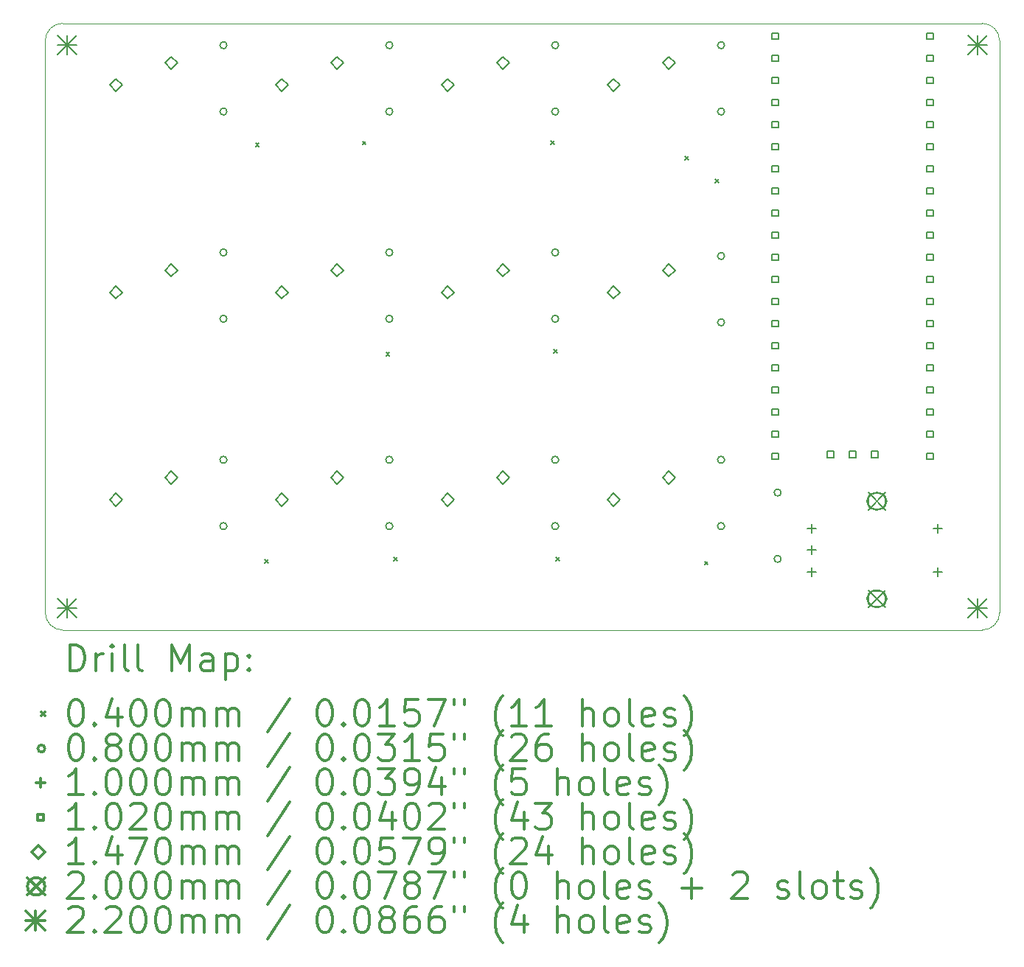
<source format=gbr>
%FSLAX45Y45*%
G04 Gerber Fmt 4.5, Leading zero omitted, Abs format (unit mm)*
G04 Created by KiCad (PCBNEW (5.1.10)-1) date 2021-11-22 08:37:44*
%MOMM*%
%LPD*%
G01*
G04 APERTURE LIST*
%TA.AperFunction,Profile*%
%ADD10C,0.100000*%
%TD*%
%ADD11C,0.200000*%
%ADD12C,0.300000*%
G04 APERTURE END LIST*
D10*
X17100000Y-3880000D02*
G75*
G02*
X17300000Y-4080000I0J-200000D01*
G01*
X17300000Y-10650000D02*
G75*
G02*
X17100000Y-10850000I-200000J0D01*
G01*
X6540000Y-10850000D02*
G75*
G02*
X6340000Y-10650000I0J200000D01*
G01*
X6340000Y-4080000D02*
X6340000Y-10650000D01*
X17100000Y-3880000D02*
X6540000Y-3880000D01*
X6340000Y-4080000D02*
G75*
G02*
X6540000Y-3880000I200000J0D01*
G01*
X17300000Y-10650000D02*
X17300000Y-4080000D01*
X6540000Y-10850000D02*
X17100000Y-10850000D01*
D11*
X8755000Y-5256000D02*
X8795000Y-5296000D01*
X8795000Y-5256000D02*
X8755000Y-5296000D01*
X8862000Y-10037000D02*
X8902000Y-10077000D01*
X8902000Y-10037000D02*
X8862000Y-10077000D01*
X9983000Y-5236000D02*
X10023000Y-5276000D01*
X10023000Y-5236000D02*
X9983000Y-5276000D01*
X10253000Y-7659000D02*
X10293000Y-7699000D01*
X10293000Y-7659000D02*
X10253000Y-7699000D01*
X10341000Y-10016000D02*
X10381000Y-10056000D01*
X10381000Y-10016000D02*
X10341000Y-10056000D01*
X12145000Y-5230000D02*
X12185000Y-5270000D01*
X12185000Y-5230000D02*
X12145000Y-5270000D01*
X12182000Y-7627000D02*
X12222000Y-7667000D01*
X12222000Y-7627000D02*
X12182000Y-7667000D01*
X12205000Y-10016000D02*
X12245000Y-10056000D01*
X12245000Y-10016000D02*
X12205000Y-10056000D01*
X13685500Y-5406500D02*
X13725500Y-5446500D01*
X13725500Y-5406500D02*
X13685500Y-5446500D01*
X13910000Y-10060000D02*
X13950000Y-10100000D01*
X13950000Y-10060000D02*
X13910000Y-10100000D01*
X14035000Y-5671000D02*
X14075000Y-5711000D01*
X14075000Y-5671000D02*
X14035000Y-5711000D01*
X8426000Y-4131500D02*
G75*
G03*
X8426000Y-4131500I-40000J0D01*
G01*
X8426000Y-4893500D02*
G75*
G03*
X8426000Y-4893500I-40000J0D01*
G01*
X8426000Y-6512750D02*
G75*
G03*
X8426000Y-6512750I-40000J0D01*
G01*
X8426000Y-7274750D02*
G75*
G03*
X8426000Y-7274750I-40000J0D01*
G01*
X8426000Y-8894000D02*
G75*
G03*
X8426000Y-8894000I-40000J0D01*
G01*
X8426000Y-9656000D02*
G75*
G03*
X8426000Y-9656000I-40000J0D01*
G01*
X10331000Y-4131500D02*
G75*
G03*
X10331000Y-4131500I-40000J0D01*
G01*
X10331000Y-4893500D02*
G75*
G03*
X10331000Y-4893500I-40000J0D01*
G01*
X10331000Y-6512750D02*
G75*
G03*
X10331000Y-6512750I-40000J0D01*
G01*
X10331000Y-7274750D02*
G75*
G03*
X10331000Y-7274750I-40000J0D01*
G01*
X10331000Y-8894000D02*
G75*
G03*
X10331000Y-8894000I-40000J0D01*
G01*
X10331000Y-9656000D02*
G75*
G03*
X10331000Y-9656000I-40000J0D01*
G01*
X12236000Y-4131500D02*
G75*
G03*
X12236000Y-4131500I-40000J0D01*
G01*
X12236000Y-4893500D02*
G75*
G03*
X12236000Y-4893500I-40000J0D01*
G01*
X12236000Y-6512750D02*
G75*
G03*
X12236000Y-6512750I-40000J0D01*
G01*
X12236000Y-7274750D02*
G75*
G03*
X12236000Y-7274750I-40000J0D01*
G01*
X12236000Y-8894000D02*
G75*
G03*
X12236000Y-8894000I-40000J0D01*
G01*
X12236000Y-9656000D02*
G75*
G03*
X12236000Y-9656000I-40000J0D01*
G01*
X14141000Y-4131500D02*
G75*
G03*
X14141000Y-4131500I-40000J0D01*
G01*
X14141000Y-4893500D02*
G75*
G03*
X14141000Y-4893500I-40000J0D01*
G01*
X14141000Y-6552750D02*
G75*
G03*
X14141000Y-6552750I-40000J0D01*
G01*
X14141000Y-7314750D02*
G75*
G03*
X14141000Y-7314750I-40000J0D01*
G01*
X14141000Y-8894000D02*
G75*
G03*
X14141000Y-8894000I-40000J0D01*
G01*
X14141000Y-9656000D02*
G75*
G03*
X14141000Y-9656000I-40000J0D01*
G01*
X14790000Y-9270000D02*
G75*
G03*
X14790000Y-9270000I-40000J0D01*
G01*
X14790000Y-10032000D02*
G75*
G03*
X14790000Y-10032000I-40000J0D01*
G01*
X15140000Y-9630000D02*
X15140000Y-9730000D01*
X15090000Y-9680000D02*
X15190000Y-9680000D01*
X15140000Y-9880000D02*
X15140000Y-9980000D01*
X15090000Y-9930000D02*
X15190000Y-9930000D01*
X15140000Y-10130000D02*
X15140000Y-10230000D01*
X15090000Y-10180000D02*
X15190000Y-10180000D01*
X16590000Y-9630000D02*
X16590000Y-9730000D01*
X16540000Y-9680000D02*
X16640000Y-9680000D01*
X16590000Y-10130000D02*
X16590000Y-10230000D01*
X16540000Y-10180000D02*
X16640000Y-10180000D01*
X14757063Y-4063063D02*
X14757063Y-3990937D01*
X14684937Y-3990937D01*
X14684937Y-4063063D01*
X14757063Y-4063063D01*
X14757063Y-4317063D02*
X14757063Y-4244937D01*
X14684937Y-4244937D01*
X14684937Y-4317063D01*
X14757063Y-4317063D01*
X14757063Y-4571063D02*
X14757063Y-4498937D01*
X14684937Y-4498937D01*
X14684937Y-4571063D01*
X14757063Y-4571063D01*
X14757063Y-4825063D02*
X14757063Y-4752937D01*
X14684937Y-4752937D01*
X14684937Y-4825063D01*
X14757063Y-4825063D01*
X14757063Y-5079063D02*
X14757063Y-5006937D01*
X14684937Y-5006937D01*
X14684937Y-5079063D01*
X14757063Y-5079063D01*
X14757063Y-5333063D02*
X14757063Y-5260937D01*
X14684937Y-5260937D01*
X14684937Y-5333063D01*
X14757063Y-5333063D01*
X14757063Y-5587063D02*
X14757063Y-5514937D01*
X14684937Y-5514937D01*
X14684937Y-5587063D01*
X14757063Y-5587063D01*
X14757063Y-5841063D02*
X14757063Y-5768937D01*
X14684937Y-5768937D01*
X14684937Y-5841063D01*
X14757063Y-5841063D01*
X14757063Y-6095063D02*
X14757063Y-6022937D01*
X14684937Y-6022937D01*
X14684937Y-6095063D01*
X14757063Y-6095063D01*
X14757063Y-6349063D02*
X14757063Y-6276937D01*
X14684937Y-6276937D01*
X14684937Y-6349063D01*
X14757063Y-6349063D01*
X14757063Y-6603063D02*
X14757063Y-6530937D01*
X14684937Y-6530937D01*
X14684937Y-6603063D01*
X14757063Y-6603063D01*
X14757063Y-6857063D02*
X14757063Y-6784937D01*
X14684937Y-6784937D01*
X14684937Y-6857063D01*
X14757063Y-6857063D01*
X14757063Y-7111063D02*
X14757063Y-7038937D01*
X14684937Y-7038937D01*
X14684937Y-7111063D01*
X14757063Y-7111063D01*
X14757063Y-7365063D02*
X14757063Y-7292937D01*
X14684937Y-7292937D01*
X14684937Y-7365063D01*
X14757063Y-7365063D01*
X14757063Y-7619063D02*
X14757063Y-7546937D01*
X14684937Y-7546937D01*
X14684937Y-7619063D01*
X14757063Y-7619063D01*
X14757063Y-7873063D02*
X14757063Y-7800937D01*
X14684937Y-7800937D01*
X14684937Y-7873063D01*
X14757063Y-7873063D01*
X14757063Y-8127063D02*
X14757063Y-8054937D01*
X14684937Y-8054937D01*
X14684937Y-8127063D01*
X14757063Y-8127063D01*
X14757063Y-8381063D02*
X14757063Y-8308937D01*
X14684937Y-8308937D01*
X14684937Y-8381063D01*
X14757063Y-8381063D01*
X14757063Y-8635063D02*
X14757063Y-8562937D01*
X14684937Y-8562937D01*
X14684937Y-8635063D01*
X14757063Y-8635063D01*
X14757063Y-8889063D02*
X14757063Y-8816937D01*
X14684937Y-8816937D01*
X14684937Y-8889063D01*
X14757063Y-8889063D01*
X15392063Y-8866063D02*
X15392063Y-8793937D01*
X15319937Y-8793937D01*
X15319937Y-8866063D01*
X15392063Y-8866063D01*
X15646063Y-8866063D02*
X15646063Y-8793937D01*
X15573937Y-8793937D01*
X15573937Y-8866063D01*
X15646063Y-8866063D01*
X15900063Y-8866063D02*
X15900063Y-8793937D01*
X15827937Y-8793937D01*
X15827937Y-8866063D01*
X15900063Y-8866063D01*
X16535063Y-4063063D02*
X16535063Y-3990937D01*
X16462937Y-3990937D01*
X16462937Y-4063063D01*
X16535063Y-4063063D01*
X16535063Y-4317063D02*
X16535063Y-4244937D01*
X16462937Y-4244937D01*
X16462937Y-4317063D01*
X16535063Y-4317063D01*
X16535063Y-4571063D02*
X16535063Y-4498937D01*
X16462937Y-4498937D01*
X16462937Y-4571063D01*
X16535063Y-4571063D01*
X16535063Y-4825063D02*
X16535063Y-4752937D01*
X16462937Y-4752937D01*
X16462937Y-4825063D01*
X16535063Y-4825063D01*
X16535063Y-5079063D02*
X16535063Y-5006937D01*
X16462937Y-5006937D01*
X16462937Y-5079063D01*
X16535063Y-5079063D01*
X16535063Y-5333063D02*
X16535063Y-5260937D01*
X16462937Y-5260937D01*
X16462937Y-5333063D01*
X16535063Y-5333063D01*
X16535063Y-5587063D02*
X16535063Y-5514937D01*
X16462937Y-5514937D01*
X16462937Y-5587063D01*
X16535063Y-5587063D01*
X16535063Y-5841063D02*
X16535063Y-5768937D01*
X16462937Y-5768937D01*
X16462937Y-5841063D01*
X16535063Y-5841063D01*
X16535063Y-6095063D02*
X16535063Y-6022937D01*
X16462937Y-6022937D01*
X16462937Y-6095063D01*
X16535063Y-6095063D01*
X16535063Y-6349063D02*
X16535063Y-6276937D01*
X16462937Y-6276937D01*
X16462937Y-6349063D01*
X16535063Y-6349063D01*
X16535063Y-6603063D02*
X16535063Y-6530937D01*
X16462937Y-6530937D01*
X16462937Y-6603063D01*
X16535063Y-6603063D01*
X16535063Y-6857063D02*
X16535063Y-6784937D01*
X16462937Y-6784937D01*
X16462937Y-6857063D01*
X16535063Y-6857063D01*
X16535063Y-7111063D02*
X16535063Y-7038937D01*
X16462937Y-7038937D01*
X16462937Y-7111063D01*
X16535063Y-7111063D01*
X16535063Y-7365063D02*
X16535063Y-7292937D01*
X16462937Y-7292937D01*
X16462937Y-7365063D01*
X16535063Y-7365063D01*
X16535063Y-7619063D02*
X16535063Y-7546937D01*
X16462937Y-7546937D01*
X16462937Y-7619063D01*
X16535063Y-7619063D01*
X16535063Y-7873063D02*
X16535063Y-7800937D01*
X16462937Y-7800937D01*
X16462937Y-7873063D01*
X16535063Y-7873063D01*
X16535063Y-8127063D02*
X16535063Y-8054937D01*
X16462937Y-8054937D01*
X16462937Y-8127063D01*
X16535063Y-8127063D01*
X16535063Y-8381063D02*
X16535063Y-8308937D01*
X16462937Y-8308937D01*
X16462937Y-8381063D01*
X16535063Y-8381063D01*
X16535063Y-8635063D02*
X16535063Y-8562937D01*
X16462937Y-8562937D01*
X16462937Y-8635063D01*
X16535063Y-8635063D01*
X16535063Y-8889063D02*
X16535063Y-8816937D01*
X16462937Y-8816937D01*
X16462937Y-8889063D01*
X16535063Y-8889063D01*
X7152500Y-4663000D02*
X7226000Y-4589500D01*
X7152500Y-4516000D01*
X7079000Y-4589500D01*
X7152500Y-4663000D01*
X7152500Y-7044250D02*
X7226000Y-6970750D01*
X7152500Y-6897250D01*
X7079000Y-6970750D01*
X7152500Y-7044250D01*
X7152500Y-9425500D02*
X7226000Y-9352000D01*
X7152500Y-9278500D01*
X7079000Y-9352000D01*
X7152500Y-9425500D01*
X7787500Y-4409000D02*
X7861000Y-4335500D01*
X7787500Y-4262000D01*
X7714000Y-4335500D01*
X7787500Y-4409000D01*
X7787500Y-6790250D02*
X7861000Y-6716750D01*
X7787500Y-6643250D01*
X7714000Y-6716750D01*
X7787500Y-6790250D01*
X7787500Y-9171500D02*
X7861000Y-9098000D01*
X7787500Y-9024500D01*
X7714000Y-9098000D01*
X7787500Y-9171500D01*
X9057500Y-4663000D02*
X9131000Y-4589500D01*
X9057500Y-4516000D01*
X8984000Y-4589500D01*
X9057500Y-4663000D01*
X9057500Y-7044250D02*
X9131000Y-6970750D01*
X9057500Y-6897250D01*
X8984000Y-6970750D01*
X9057500Y-7044250D01*
X9057500Y-9425500D02*
X9131000Y-9352000D01*
X9057500Y-9278500D01*
X8984000Y-9352000D01*
X9057500Y-9425500D01*
X9692500Y-4409000D02*
X9766000Y-4335500D01*
X9692500Y-4262000D01*
X9619000Y-4335500D01*
X9692500Y-4409000D01*
X9692500Y-6790250D02*
X9766000Y-6716750D01*
X9692500Y-6643250D01*
X9619000Y-6716750D01*
X9692500Y-6790250D01*
X9692500Y-9171500D02*
X9766000Y-9098000D01*
X9692500Y-9024500D01*
X9619000Y-9098000D01*
X9692500Y-9171500D01*
X10962500Y-4663000D02*
X11036000Y-4589500D01*
X10962500Y-4516000D01*
X10889000Y-4589500D01*
X10962500Y-4663000D01*
X10962500Y-7044250D02*
X11036000Y-6970750D01*
X10962500Y-6897250D01*
X10889000Y-6970750D01*
X10962500Y-7044250D01*
X10962500Y-9425500D02*
X11036000Y-9352000D01*
X10962500Y-9278500D01*
X10889000Y-9352000D01*
X10962500Y-9425500D01*
X11597500Y-4409000D02*
X11671000Y-4335500D01*
X11597500Y-4262000D01*
X11524000Y-4335500D01*
X11597500Y-4409000D01*
X11597500Y-6790250D02*
X11671000Y-6716750D01*
X11597500Y-6643250D01*
X11524000Y-6716750D01*
X11597500Y-6790250D01*
X11597500Y-9171500D02*
X11671000Y-9098000D01*
X11597500Y-9024500D01*
X11524000Y-9098000D01*
X11597500Y-9171500D01*
X12867500Y-4663000D02*
X12941000Y-4589500D01*
X12867500Y-4516000D01*
X12794000Y-4589500D01*
X12867500Y-4663000D01*
X12867500Y-7044250D02*
X12941000Y-6970750D01*
X12867500Y-6897250D01*
X12794000Y-6970750D01*
X12867500Y-7044250D01*
X12867500Y-9425500D02*
X12941000Y-9352000D01*
X12867500Y-9278500D01*
X12794000Y-9352000D01*
X12867500Y-9425500D01*
X13502500Y-4409000D02*
X13576000Y-4335500D01*
X13502500Y-4262000D01*
X13429000Y-4335500D01*
X13502500Y-4409000D01*
X13502500Y-6790250D02*
X13576000Y-6716750D01*
X13502500Y-6643250D01*
X13429000Y-6716750D01*
X13502500Y-6790250D01*
X13502500Y-9171500D02*
X13576000Y-9098000D01*
X13502500Y-9024500D01*
X13429000Y-9098000D01*
X13502500Y-9171500D01*
X15790000Y-9270000D02*
X15990000Y-9470000D01*
X15990000Y-9270000D02*
X15790000Y-9470000D01*
X15990000Y-9370000D02*
G75*
G03*
X15990000Y-9370000I-100000J0D01*
G01*
X15865000Y-9460000D02*
X15915000Y-9460000D01*
X15865000Y-9280000D02*
X15915000Y-9280000D01*
X15915000Y-9460000D02*
G75*
G03*
X15915000Y-9280000I0J90000D01*
G01*
X15865000Y-9280000D02*
G75*
G03*
X15865000Y-9460000I0J-90000D01*
G01*
X15790000Y-10390000D02*
X15990000Y-10590000D01*
X15990000Y-10390000D02*
X15790000Y-10590000D01*
X15990000Y-10490000D02*
G75*
G03*
X15990000Y-10490000I-100000J0D01*
G01*
X15865000Y-10580000D02*
X15915000Y-10580000D01*
X15865000Y-10400000D02*
X15915000Y-10400000D01*
X15915000Y-10580000D02*
G75*
G03*
X15915000Y-10400000I0J90000D01*
G01*
X15865000Y-10400000D02*
G75*
G03*
X15865000Y-10580000I0J-90000D01*
G01*
X6480000Y-4020000D02*
X6700000Y-4240000D01*
X6700000Y-4020000D02*
X6480000Y-4240000D01*
X6590000Y-4020000D02*
X6590000Y-4240000D01*
X6480000Y-4130000D02*
X6700000Y-4130000D01*
X6480000Y-10490000D02*
X6700000Y-10710000D01*
X6700000Y-10490000D02*
X6480000Y-10710000D01*
X6590000Y-10490000D02*
X6590000Y-10710000D01*
X6480000Y-10600000D02*
X6700000Y-10600000D01*
X16940000Y-4020000D02*
X17160000Y-4240000D01*
X17160000Y-4020000D02*
X16940000Y-4240000D01*
X17050000Y-4020000D02*
X17050000Y-4240000D01*
X16940000Y-4130000D02*
X17160000Y-4130000D01*
X16940000Y-10490000D02*
X17160000Y-10710000D01*
X17160000Y-10490000D02*
X16940000Y-10710000D01*
X17050000Y-10490000D02*
X17050000Y-10710000D01*
X16940000Y-10600000D02*
X17160000Y-10600000D01*
D12*
X6621428Y-11320714D02*
X6621428Y-11020714D01*
X6692857Y-11020714D01*
X6735714Y-11035000D01*
X6764286Y-11063572D01*
X6778571Y-11092143D01*
X6792857Y-11149286D01*
X6792857Y-11192143D01*
X6778571Y-11249286D01*
X6764286Y-11277857D01*
X6735714Y-11306429D01*
X6692857Y-11320714D01*
X6621428Y-11320714D01*
X6921428Y-11320714D02*
X6921428Y-11120714D01*
X6921428Y-11177857D02*
X6935714Y-11149286D01*
X6950000Y-11135000D01*
X6978571Y-11120714D01*
X7007143Y-11120714D01*
X7107143Y-11320714D02*
X7107143Y-11120714D01*
X7107143Y-11020714D02*
X7092857Y-11035000D01*
X7107143Y-11049286D01*
X7121428Y-11035000D01*
X7107143Y-11020714D01*
X7107143Y-11049286D01*
X7292857Y-11320714D02*
X7264286Y-11306429D01*
X7250000Y-11277857D01*
X7250000Y-11020714D01*
X7450000Y-11320714D02*
X7421428Y-11306429D01*
X7407143Y-11277857D01*
X7407143Y-11020714D01*
X7792857Y-11320714D02*
X7792857Y-11020714D01*
X7892857Y-11235000D01*
X7992857Y-11020714D01*
X7992857Y-11320714D01*
X8264286Y-11320714D02*
X8264286Y-11163572D01*
X8250000Y-11135000D01*
X8221428Y-11120714D01*
X8164286Y-11120714D01*
X8135714Y-11135000D01*
X8264286Y-11306429D02*
X8235714Y-11320714D01*
X8164286Y-11320714D01*
X8135714Y-11306429D01*
X8121428Y-11277857D01*
X8121428Y-11249286D01*
X8135714Y-11220714D01*
X8164286Y-11206429D01*
X8235714Y-11206429D01*
X8264286Y-11192143D01*
X8407143Y-11120714D02*
X8407143Y-11420714D01*
X8407143Y-11135000D02*
X8435714Y-11120714D01*
X8492857Y-11120714D01*
X8521428Y-11135000D01*
X8535714Y-11149286D01*
X8550000Y-11177857D01*
X8550000Y-11263571D01*
X8535714Y-11292143D01*
X8521428Y-11306429D01*
X8492857Y-11320714D01*
X8435714Y-11320714D01*
X8407143Y-11306429D01*
X8678571Y-11292143D02*
X8692857Y-11306429D01*
X8678571Y-11320714D01*
X8664286Y-11306429D01*
X8678571Y-11292143D01*
X8678571Y-11320714D01*
X8678571Y-11135000D02*
X8692857Y-11149286D01*
X8678571Y-11163572D01*
X8664286Y-11149286D01*
X8678571Y-11135000D01*
X8678571Y-11163572D01*
X6295000Y-11795000D02*
X6335000Y-11835000D01*
X6335000Y-11795000D02*
X6295000Y-11835000D01*
X6678571Y-11650714D02*
X6707143Y-11650714D01*
X6735714Y-11665000D01*
X6750000Y-11679286D01*
X6764286Y-11707857D01*
X6778571Y-11765000D01*
X6778571Y-11836429D01*
X6764286Y-11893571D01*
X6750000Y-11922143D01*
X6735714Y-11936429D01*
X6707143Y-11950714D01*
X6678571Y-11950714D01*
X6650000Y-11936429D01*
X6635714Y-11922143D01*
X6621428Y-11893571D01*
X6607143Y-11836429D01*
X6607143Y-11765000D01*
X6621428Y-11707857D01*
X6635714Y-11679286D01*
X6650000Y-11665000D01*
X6678571Y-11650714D01*
X6907143Y-11922143D02*
X6921428Y-11936429D01*
X6907143Y-11950714D01*
X6892857Y-11936429D01*
X6907143Y-11922143D01*
X6907143Y-11950714D01*
X7178571Y-11750714D02*
X7178571Y-11950714D01*
X7107143Y-11636429D02*
X7035714Y-11850714D01*
X7221428Y-11850714D01*
X7392857Y-11650714D02*
X7421428Y-11650714D01*
X7450000Y-11665000D01*
X7464286Y-11679286D01*
X7478571Y-11707857D01*
X7492857Y-11765000D01*
X7492857Y-11836429D01*
X7478571Y-11893571D01*
X7464286Y-11922143D01*
X7450000Y-11936429D01*
X7421428Y-11950714D01*
X7392857Y-11950714D01*
X7364286Y-11936429D01*
X7350000Y-11922143D01*
X7335714Y-11893571D01*
X7321428Y-11836429D01*
X7321428Y-11765000D01*
X7335714Y-11707857D01*
X7350000Y-11679286D01*
X7364286Y-11665000D01*
X7392857Y-11650714D01*
X7678571Y-11650714D02*
X7707143Y-11650714D01*
X7735714Y-11665000D01*
X7750000Y-11679286D01*
X7764286Y-11707857D01*
X7778571Y-11765000D01*
X7778571Y-11836429D01*
X7764286Y-11893571D01*
X7750000Y-11922143D01*
X7735714Y-11936429D01*
X7707143Y-11950714D01*
X7678571Y-11950714D01*
X7650000Y-11936429D01*
X7635714Y-11922143D01*
X7621428Y-11893571D01*
X7607143Y-11836429D01*
X7607143Y-11765000D01*
X7621428Y-11707857D01*
X7635714Y-11679286D01*
X7650000Y-11665000D01*
X7678571Y-11650714D01*
X7907143Y-11950714D02*
X7907143Y-11750714D01*
X7907143Y-11779286D02*
X7921428Y-11765000D01*
X7950000Y-11750714D01*
X7992857Y-11750714D01*
X8021428Y-11765000D01*
X8035714Y-11793571D01*
X8035714Y-11950714D01*
X8035714Y-11793571D02*
X8050000Y-11765000D01*
X8078571Y-11750714D01*
X8121428Y-11750714D01*
X8150000Y-11765000D01*
X8164286Y-11793571D01*
X8164286Y-11950714D01*
X8307143Y-11950714D02*
X8307143Y-11750714D01*
X8307143Y-11779286D02*
X8321428Y-11765000D01*
X8350000Y-11750714D01*
X8392857Y-11750714D01*
X8421428Y-11765000D01*
X8435714Y-11793571D01*
X8435714Y-11950714D01*
X8435714Y-11793571D02*
X8450000Y-11765000D01*
X8478571Y-11750714D01*
X8521428Y-11750714D01*
X8550000Y-11765000D01*
X8564286Y-11793571D01*
X8564286Y-11950714D01*
X9150000Y-11636429D02*
X8892857Y-12022143D01*
X9535714Y-11650714D02*
X9564286Y-11650714D01*
X9592857Y-11665000D01*
X9607143Y-11679286D01*
X9621428Y-11707857D01*
X9635714Y-11765000D01*
X9635714Y-11836429D01*
X9621428Y-11893571D01*
X9607143Y-11922143D01*
X9592857Y-11936429D01*
X9564286Y-11950714D01*
X9535714Y-11950714D01*
X9507143Y-11936429D01*
X9492857Y-11922143D01*
X9478571Y-11893571D01*
X9464286Y-11836429D01*
X9464286Y-11765000D01*
X9478571Y-11707857D01*
X9492857Y-11679286D01*
X9507143Y-11665000D01*
X9535714Y-11650714D01*
X9764286Y-11922143D02*
X9778571Y-11936429D01*
X9764286Y-11950714D01*
X9750000Y-11936429D01*
X9764286Y-11922143D01*
X9764286Y-11950714D01*
X9964286Y-11650714D02*
X9992857Y-11650714D01*
X10021428Y-11665000D01*
X10035714Y-11679286D01*
X10050000Y-11707857D01*
X10064286Y-11765000D01*
X10064286Y-11836429D01*
X10050000Y-11893571D01*
X10035714Y-11922143D01*
X10021428Y-11936429D01*
X9992857Y-11950714D01*
X9964286Y-11950714D01*
X9935714Y-11936429D01*
X9921428Y-11922143D01*
X9907143Y-11893571D01*
X9892857Y-11836429D01*
X9892857Y-11765000D01*
X9907143Y-11707857D01*
X9921428Y-11679286D01*
X9935714Y-11665000D01*
X9964286Y-11650714D01*
X10350000Y-11950714D02*
X10178571Y-11950714D01*
X10264286Y-11950714D02*
X10264286Y-11650714D01*
X10235714Y-11693571D01*
X10207143Y-11722143D01*
X10178571Y-11736429D01*
X10621428Y-11650714D02*
X10478571Y-11650714D01*
X10464286Y-11793571D01*
X10478571Y-11779286D01*
X10507143Y-11765000D01*
X10578571Y-11765000D01*
X10607143Y-11779286D01*
X10621428Y-11793571D01*
X10635714Y-11822143D01*
X10635714Y-11893571D01*
X10621428Y-11922143D01*
X10607143Y-11936429D01*
X10578571Y-11950714D01*
X10507143Y-11950714D01*
X10478571Y-11936429D01*
X10464286Y-11922143D01*
X10735714Y-11650714D02*
X10935714Y-11650714D01*
X10807143Y-11950714D01*
X11035714Y-11650714D02*
X11035714Y-11707857D01*
X11150000Y-11650714D02*
X11150000Y-11707857D01*
X11592857Y-12065000D02*
X11578571Y-12050714D01*
X11550000Y-12007857D01*
X11535714Y-11979286D01*
X11521428Y-11936429D01*
X11507143Y-11865000D01*
X11507143Y-11807857D01*
X11521428Y-11736429D01*
X11535714Y-11693571D01*
X11550000Y-11665000D01*
X11578571Y-11622143D01*
X11592857Y-11607857D01*
X11864286Y-11950714D02*
X11692857Y-11950714D01*
X11778571Y-11950714D02*
X11778571Y-11650714D01*
X11750000Y-11693571D01*
X11721428Y-11722143D01*
X11692857Y-11736429D01*
X12150000Y-11950714D02*
X11978571Y-11950714D01*
X12064286Y-11950714D02*
X12064286Y-11650714D01*
X12035714Y-11693571D01*
X12007143Y-11722143D01*
X11978571Y-11736429D01*
X12507143Y-11950714D02*
X12507143Y-11650714D01*
X12635714Y-11950714D02*
X12635714Y-11793571D01*
X12621428Y-11765000D01*
X12592857Y-11750714D01*
X12550000Y-11750714D01*
X12521428Y-11765000D01*
X12507143Y-11779286D01*
X12821428Y-11950714D02*
X12792857Y-11936429D01*
X12778571Y-11922143D01*
X12764286Y-11893571D01*
X12764286Y-11807857D01*
X12778571Y-11779286D01*
X12792857Y-11765000D01*
X12821428Y-11750714D01*
X12864286Y-11750714D01*
X12892857Y-11765000D01*
X12907143Y-11779286D01*
X12921428Y-11807857D01*
X12921428Y-11893571D01*
X12907143Y-11922143D01*
X12892857Y-11936429D01*
X12864286Y-11950714D01*
X12821428Y-11950714D01*
X13092857Y-11950714D02*
X13064286Y-11936429D01*
X13050000Y-11907857D01*
X13050000Y-11650714D01*
X13321428Y-11936429D02*
X13292857Y-11950714D01*
X13235714Y-11950714D01*
X13207143Y-11936429D01*
X13192857Y-11907857D01*
X13192857Y-11793571D01*
X13207143Y-11765000D01*
X13235714Y-11750714D01*
X13292857Y-11750714D01*
X13321428Y-11765000D01*
X13335714Y-11793571D01*
X13335714Y-11822143D01*
X13192857Y-11850714D01*
X13450000Y-11936429D02*
X13478571Y-11950714D01*
X13535714Y-11950714D01*
X13564286Y-11936429D01*
X13578571Y-11907857D01*
X13578571Y-11893571D01*
X13564286Y-11865000D01*
X13535714Y-11850714D01*
X13492857Y-11850714D01*
X13464286Y-11836429D01*
X13450000Y-11807857D01*
X13450000Y-11793571D01*
X13464286Y-11765000D01*
X13492857Y-11750714D01*
X13535714Y-11750714D01*
X13564286Y-11765000D01*
X13678571Y-12065000D02*
X13692857Y-12050714D01*
X13721428Y-12007857D01*
X13735714Y-11979286D01*
X13750000Y-11936429D01*
X13764286Y-11865000D01*
X13764286Y-11807857D01*
X13750000Y-11736429D01*
X13735714Y-11693571D01*
X13721428Y-11665000D01*
X13692857Y-11622143D01*
X13678571Y-11607857D01*
X6335000Y-12211000D02*
G75*
G03*
X6335000Y-12211000I-40000J0D01*
G01*
X6678571Y-12046714D02*
X6707143Y-12046714D01*
X6735714Y-12061000D01*
X6750000Y-12075286D01*
X6764286Y-12103857D01*
X6778571Y-12161000D01*
X6778571Y-12232429D01*
X6764286Y-12289571D01*
X6750000Y-12318143D01*
X6735714Y-12332429D01*
X6707143Y-12346714D01*
X6678571Y-12346714D01*
X6650000Y-12332429D01*
X6635714Y-12318143D01*
X6621428Y-12289571D01*
X6607143Y-12232429D01*
X6607143Y-12161000D01*
X6621428Y-12103857D01*
X6635714Y-12075286D01*
X6650000Y-12061000D01*
X6678571Y-12046714D01*
X6907143Y-12318143D02*
X6921428Y-12332429D01*
X6907143Y-12346714D01*
X6892857Y-12332429D01*
X6907143Y-12318143D01*
X6907143Y-12346714D01*
X7092857Y-12175286D02*
X7064286Y-12161000D01*
X7050000Y-12146714D01*
X7035714Y-12118143D01*
X7035714Y-12103857D01*
X7050000Y-12075286D01*
X7064286Y-12061000D01*
X7092857Y-12046714D01*
X7150000Y-12046714D01*
X7178571Y-12061000D01*
X7192857Y-12075286D01*
X7207143Y-12103857D01*
X7207143Y-12118143D01*
X7192857Y-12146714D01*
X7178571Y-12161000D01*
X7150000Y-12175286D01*
X7092857Y-12175286D01*
X7064286Y-12189571D01*
X7050000Y-12203857D01*
X7035714Y-12232429D01*
X7035714Y-12289571D01*
X7050000Y-12318143D01*
X7064286Y-12332429D01*
X7092857Y-12346714D01*
X7150000Y-12346714D01*
X7178571Y-12332429D01*
X7192857Y-12318143D01*
X7207143Y-12289571D01*
X7207143Y-12232429D01*
X7192857Y-12203857D01*
X7178571Y-12189571D01*
X7150000Y-12175286D01*
X7392857Y-12046714D02*
X7421428Y-12046714D01*
X7450000Y-12061000D01*
X7464286Y-12075286D01*
X7478571Y-12103857D01*
X7492857Y-12161000D01*
X7492857Y-12232429D01*
X7478571Y-12289571D01*
X7464286Y-12318143D01*
X7450000Y-12332429D01*
X7421428Y-12346714D01*
X7392857Y-12346714D01*
X7364286Y-12332429D01*
X7350000Y-12318143D01*
X7335714Y-12289571D01*
X7321428Y-12232429D01*
X7321428Y-12161000D01*
X7335714Y-12103857D01*
X7350000Y-12075286D01*
X7364286Y-12061000D01*
X7392857Y-12046714D01*
X7678571Y-12046714D02*
X7707143Y-12046714D01*
X7735714Y-12061000D01*
X7750000Y-12075286D01*
X7764286Y-12103857D01*
X7778571Y-12161000D01*
X7778571Y-12232429D01*
X7764286Y-12289571D01*
X7750000Y-12318143D01*
X7735714Y-12332429D01*
X7707143Y-12346714D01*
X7678571Y-12346714D01*
X7650000Y-12332429D01*
X7635714Y-12318143D01*
X7621428Y-12289571D01*
X7607143Y-12232429D01*
X7607143Y-12161000D01*
X7621428Y-12103857D01*
X7635714Y-12075286D01*
X7650000Y-12061000D01*
X7678571Y-12046714D01*
X7907143Y-12346714D02*
X7907143Y-12146714D01*
X7907143Y-12175286D02*
X7921428Y-12161000D01*
X7950000Y-12146714D01*
X7992857Y-12146714D01*
X8021428Y-12161000D01*
X8035714Y-12189571D01*
X8035714Y-12346714D01*
X8035714Y-12189571D02*
X8050000Y-12161000D01*
X8078571Y-12146714D01*
X8121428Y-12146714D01*
X8150000Y-12161000D01*
X8164286Y-12189571D01*
X8164286Y-12346714D01*
X8307143Y-12346714D02*
X8307143Y-12146714D01*
X8307143Y-12175286D02*
X8321428Y-12161000D01*
X8350000Y-12146714D01*
X8392857Y-12146714D01*
X8421428Y-12161000D01*
X8435714Y-12189571D01*
X8435714Y-12346714D01*
X8435714Y-12189571D02*
X8450000Y-12161000D01*
X8478571Y-12146714D01*
X8521428Y-12146714D01*
X8550000Y-12161000D01*
X8564286Y-12189571D01*
X8564286Y-12346714D01*
X9150000Y-12032429D02*
X8892857Y-12418143D01*
X9535714Y-12046714D02*
X9564286Y-12046714D01*
X9592857Y-12061000D01*
X9607143Y-12075286D01*
X9621428Y-12103857D01*
X9635714Y-12161000D01*
X9635714Y-12232429D01*
X9621428Y-12289571D01*
X9607143Y-12318143D01*
X9592857Y-12332429D01*
X9564286Y-12346714D01*
X9535714Y-12346714D01*
X9507143Y-12332429D01*
X9492857Y-12318143D01*
X9478571Y-12289571D01*
X9464286Y-12232429D01*
X9464286Y-12161000D01*
X9478571Y-12103857D01*
X9492857Y-12075286D01*
X9507143Y-12061000D01*
X9535714Y-12046714D01*
X9764286Y-12318143D02*
X9778571Y-12332429D01*
X9764286Y-12346714D01*
X9750000Y-12332429D01*
X9764286Y-12318143D01*
X9764286Y-12346714D01*
X9964286Y-12046714D02*
X9992857Y-12046714D01*
X10021428Y-12061000D01*
X10035714Y-12075286D01*
X10050000Y-12103857D01*
X10064286Y-12161000D01*
X10064286Y-12232429D01*
X10050000Y-12289571D01*
X10035714Y-12318143D01*
X10021428Y-12332429D01*
X9992857Y-12346714D01*
X9964286Y-12346714D01*
X9935714Y-12332429D01*
X9921428Y-12318143D01*
X9907143Y-12289571D01*
X9892857Y-12232429D01*
X9892857Y-12161000D01*
X9907143Y-12103857D01*
X9921428Y-12075286D01*
X9935714Y-12061000D01*
X9964286Y-12046714D01*
X10164286Y-12046714D02*
X10350000Y-12046714D01*
X10250000Y-12161000D01*
X10292857Y-12161000D01*
X10321428Y-12175286D01*
X10335714Y-12189571D01*
X10350000Y-12218143D01*
X10350000Y-12289571D01*
X10335714Y-12318143D01*
X10321428Y-12332429D01*
X10292857Y-12346714D01*
X10207143Y-12346714D01*
X10178571Y-12332429D01*
X10164286Y-12318143D01*
X10635714Y-12346714D02*
X10464286Y-12346714D01*
X10550000Y-12346714D02*
X10550000Y-12046714D01*
X10521428Y-12089571D01*
X10492857Y-12118143D01*
X10464286Y-12132429D01*
X10907143Y-12046714D02*
X10764286Y-12046714D01*
X10750000Y-12189571D01*
X10764286Y-12175286D01*
X10792857Y-12161000D01*
X10864286Y-12161000D01*
X10892857Y-12175286D01*
X10907143Y-12189571D01*
X10921428Y-12218143D01*
X10921428Y-12289571D01*
X10907143Y-12318143D01*
X10892857Y-12332429D01*
X10864286Y-12346714D01*
X10792857Y-12346714D01*
X10764286Y-12332429D01*
X10750000Y-12318143D01*
X11035714Y-12046714D02*
X11035714Y-12103857D01*
X11150000Y-12046714D02*
X11150000Y-12103857D01*
X11592857Y-12461000D02*
X11578571Y-12446714D01*
X11550000Y-12403857D01*
X11535714Y-12375286D01*
X11521428Y-12332429D01*
X11507143Y-12261000D01*
X11507143Y-12203857D01*
X11521428Y-12132429D01*
X11535714Y-12089571D01*
X11550000Y-12061000D01*
X11578571Y-12018143D01*
X11592857Y-12003857D01*
X11692857Y-12075286D02*
X11707143Y-12061000D01*
X11735714Y-12046714D01*
X11807143Y-12046714D01*
X11835714Y-12061000D01*
X11850000Y-12075286D01*
X11864286Y-12103857D01*
X11864286Y-12132429D01*
X11850000Y-12175286D01*
X11678571Y-12346714D01*
X11864286Y-12346714D01*
X12121428Y-12046714D02*
X12064286Y-12046714D01*
X12035714Y-12061000D01*
X12021428Y-12075286D01*
X11992857Y-12118143D01*
X11978571Y-12175286D01*
X11978571Y-12289571D01*
X11992857Y-12318143D01*
X12007143Y-12332429D01*
X12035714Y-12346714D01*
X12092857Y-12346714D01*
X12121428Y-12332429D01*
X12135714Y-12318143D01*
X12150000Y-12289571D01*
X12150000Y-12218143D01*
X12135714Y-12189571D01*
X12121428Y-12175286D01*
X12092857Y-12161000D01*
X12035714Y-12161000D01*
X12007143Y-12175286D01*
X11992857Y-12189571D01*
X11978571Y-12218143D01*
X12507143Y-12346714D02*
X12507143Y-12046714D01*
X12635714Y-12346714D02*
X12635714Y-12189571D01*
X12621428Y-12161000D01*
X12592857Y-12146714D01*
X12550000Y-12146714D01*
X12521428Y-12161000D01*
X12507143Y-12175286D01*
X12821428Y-12346714D02*
X12792857Y-12332429D01*
X12778571Y-12318143D01*
X12764286Y-12289571D01*
X12764286Y-12203857D01*
X12778571Y-12175286D01*
X12792857Y-12161000D01*
X12821428Y-12146714D01*
X12864286Y-12146714D01*
X12892857Y-12161000D01*
X12907143Y-12175286D01*
X12921428Y-12203857D01*
X12921428Y-12289571D01*
X12907143Y-12318143D01*
X12892857Y-12332429D01*
X12864286Y-12346714D01*
X12821428Y-12346714D01*
X13092857Y-12346714D02*
X13064286Y-12332429D01*
X13050000Y-12303857D01*
X13050000Y-12046714D01*
X13321428Y-12332429D02*
X13292857Y-12346714D01*
X13235714Y-12346714D01*
X13207143Y-12332429D01*
X13192857Y-12303857D01*
X13192857Y-12189571D01*
X13207143Y-12161000D01*
X13235714Y-12146714D01*
X13292857Y-12146714D01*
X13321428Y-12161000D01*
X13335714Y-12189571D01*
X13335714Y-12218143D01*
X13192857Y-12246714D01*
X13450000Y-12332429D02*
X13478571Y-12346714D01*
X13535714Y-12346714D01*
X13564286Y-12332429D01*
X13578571Y-12303857D01*
X13578571Y-12289571D01*
X13564286Y-12261000D01*
X13535714Y-12246714D01*
X13492857Y-12246714D01*
X13464286Y-12232429D01*
X13450000Y-12203857D01*
X13450000Y-12189571D01*
X13464286Y-12161000D01*
X13492857Y-12146714D01*
X13535714Y-12146714D01*
X13564286Y-12161000D01*
X13678571Y-12461000D02*
X13692857Y-12446714D01*
X13721428Y-12403857D01*
X13735714Y-12375286D01*
X13750000Y-12332429D01*
X13764286Y-12261000D01*
X13764286Y-12203857D01*
X13750000Y-12132429D01*
X13735714Y-12089571D01*
X13721428Y-12061000D01*
X13692857Y-12018143D01*
X13678571Y-12003857D01*
X6285000Y-12557000D02*
X6285000Y-12657000D01*
X6235000Y-12607000D02*
X6335000Y-12607000D01*
X6778571Y-12742714D02*
X6607143Y-12742714D01*
X6692857Y-12742714D02*
X6692857Y-12442714D01*
X6664286Y-12485571D01*
X6635714Y-12514143D01*
X6607143Y-12528429D01*
X6907143Y-12714143D02*
X6921428Y-12728429D01*
X6907143Y-12742714D01*
X6892857Y-12728429D01*
X6907143Y-12714143D01*
X6907143Y-12742714D01*
X7107143Y-12442714D02*
X7135714Y-12442714D01*
X7164286Y-12457000D01*
X7178571Y-12471286D01*
X7192857Y-12499857D01*
X7207143Y-12557000D01*
X7207143Y-12628429D01*
X7192857Y-12685571D01*
X7178571Y-12714143D01*
X7164286Y-12728429D01*
X7135714Y-12742714D01*
X7107143Y-12742714D01*
X7078571Y-12728429D01*
X7064286Y-12714143D01*
X7050000Y-12685571D01*
X7035714Y-12628429D01*
X7035714Y-12557000D01*
X7050000Y-12499857D01*
X7064286Y-12471286D01*
X7078571Y-12457000D01*
X7107143Y-12442714D01*
X7392857Y-12442714D02*
X7421428Y-12442714D01*
X7450000Y-12457000D01*
X7464286Y-12471286D01*
X7478571Y-12499857D01*
X7492857Y-12557000D01*
X7492857Y-12628429D01*
X7478571Y-12685571D01*
X7464286Y-12714143D01*
X7450000Y-12728429D01*
X7421428Y-12742714D01*
X7392857Y-12742714D01*
X7364286Y-12728429D01*
X7350000Y-12714143D01*
X7335714Y-12685571D01*
X7321428Y-12628429D01*
X7321428Y-12557000D01*
X7335714Y-12499857D01*
X7350000Y-12471286D01*
X7364286Y-12457000D01*
X7392857Y-12442714D01*
X7678571Y-12442714D02*
X7707143Y-12442714D01*
X7735714Y-12457000D01*
X7750000Y-12471286D01*
X7764286Y-12499857D01*
X7778571Y-12557000D01*
X7778571Y-12628429D01*
X7764286Y-12685571D01*
X7750000Y-12714143D01*
X7735714Y-12728429D01*
X7707143Y-12742714D01*
X7678571Y-12742714D01*
X7650000Y-12728429D01*
X7635714Y-12714143D01*
X7621428Y-12685571D01*
X7607143Y-12628429D01*
X7607143Y-12557000D01*
X7621428Y-12499857D01*
X7635714Y-12471286D01*
X7650000Y-12457000D01*
X7678571Y-12442714D01*
X7907143Y-12742714D02*
X7907143Y-12542714D01*
X7907143Y-12571286D02*
X7921428Y-12557000D01*
X7950000Y-12542714D01*
X7992857Y-12542714D01*
X8021428Y-12557000D01*
X8035714Y-12585571D01*
X8035714Y-12742714D01*
X8035714Y-12585571D02*
X8050000Y-12557000D01*
X8078571Y-12542714D01*
X8121428Y-12542714D01*
X8150000Y-12557000D01*
X8164286Y-12585571D01*
X8164286Y-12742714D01*
X8307143Y-12742714D02*
X8307143Y-12542714D01*
X8307143Y-12571286D02*
X8321428Y-12557000D01*
X8350000Y-12542714D01*
X8392857Y-12542714D01*
X8421428Y-12557000D01*
X8435714Y-12585571D01*
X8435714Y-12742714D01*
X8435714Y-12585571D02*
X8450000Y-12557000D01*
X8478571Y-12542714D01*
X8521428Y-12542714D01*
X8550000Y-12557000D01*
X8564286Y-12585571D01*
X8564286Y-12742714D01*
X9150000Y-12428429D02*
X8892857Y-12814143D01*
X9535714Y-12442714D02*
X9564286Y-12442714D01*
X9592857Y-12457000D01*
X9607143Y-12471286D01*
X9621428Y-12499857D01*
X9635714Y-12557000D01*
X9635714Y-12628429D01*
X9621428Y-12685571D01*
X9607143Y-12714143D01*
X9592857Y-12728429D01*
X9564286Y-12742714D01*
X9535714Y-12742714D01*
X9507143Y-12728429D01*
X9492857Y-12714143D01*
X9478571Y-12685571D01*
X9464286Y-12628429D01*
X9464286Y-12557000D01*
X9478571Y-12499857D01*
X9492857Y-12471286D01*
X9507143Y-12457000D01*
X9535714Y-12442714D01*
X9764286Y-12714143D02*
X9778571Y-12728429D01*
X9764286Y-12742714D01*
X9750000Y-12728429D01*
X9764286Y-12714143D01*
X9764286Y-12742714D01*
X9964286Y-12442714D02*
X9992857Y-12442714D01*
X10021428Y-12457000D01*
X10035714Y-12471286D01*
X10050000Y-12499857D01*
X10064286Y-12557000D01*
X10064286Y-12628429D01*
X10050000Y-12685571D01*
X10035714Y-12714143D01*
X10021428Y-12728429D01*
X9992857Y-12742714D01*
X9964286Y-12742714D01*
X9935714Y-12728429D01*
X9921428Y-12714143D01*
X9907143Y-12685571D01*
X9892857Y-12628429D01*
X9892857Y-12557000D01*
X9907143Y-12499857D01*
X9921428Y-12471286D01*
X9935714Y-12457000D01*
X9964286Y-12442714D01*
X10164286Y-12442714D02*
X10350000Y-12442714D01*
X10250000Y-12557000D01*
X10292857Y-12557000D01*
X10321428Y-12571286D01*
X10335714Y-12585571D01*
X10350000Y-12614143D01*
X10350000Y-12685571D01*
X10335714Y-12714143D01*
X10321428Y-12728429D01*
X10292857Y-12742714D01*
X10207143Y-12742714D01*
X10178571Y-12728429D01*
X10164286Y-12714143D01*
X10492857Y-12742714D02*
X10550000Y-12742714D01*
X10578571Y-12728429D01*
X10592857Y-12714143D01*
X10621428Y-12671286D01*
X10635714Y-12614143D01*
X10635714Y-12499857D01*
X10621428Y-12471286D01*
X10607143Y-12457000D01*
X10578571Y-12442714D01*
X10521428Y-12442714D01*
X10492857Y-12457000D01*
X10478571Y-12471286D01*
X10464286Y-12499857D01*
X10464286Y-12571286D01*
X10478571Y-12599857D01*
X10492857Y-12614143D01*
X10521428Y-12628429D01*
X10578571Y-12628429D01*
X10607143Y-12614143D01*
X10621428Y-12599857D01*
X10635714Y-12571286D01*
X10892857Y-12542714D02*
X10892857Y-12742714D01*
X10821428Y-12428429D02*
X10750000Y-12642714D01*
X10935714Y-12642714D01*
X11035714Y-12442714D02*
X11035714Y-12499857D01*
X11150000Y-12442714D02*
X11150000Y-12499857D01*
X11592857Y-12857000D02*
X11578571Y-12842714D01*
X11550000Y-12799857D01*
X11535714Y-12771286D01*
X11521428Y-12728429D01*
X11507143Y-12657000D01*
X11507143Y-12599857D01*
X11521428Y-12528429D01*
X11535714Y-12485571D01*
X11550000Y-12457000D01*
X11578571Y-12414143D01*
X11592857Y-12399857D01*
X11850000Y-12442714D02*
X11707143Y-12442714D01*
X11692857Y-12585571D01*
X11707143Y-12571286D01*
X11735714Y-12557000D01*
X11807143Y-12557000D01*
X11835714Y-12571286D01*
X11850000Y-12585571D01*
X11864286Y-12614143D01*
X11864286Y-12685571D01*
X11850000Y-12714143D01*
X11835714Y-12728429D01*
X11807143Y-12742714D01*
X11735714Y-12742714D01*
X11707143Y-12728429D01*
X11692857Y-12714143D01*
X12221428Y-12742714D02*
X12221428Y-12442714D01*
X12350000Y-12742714D02*
X12350000Y-12585571D01*
X12335714Y-12557000D01*
X12307143Y-12542714D01*
X12264286Y-12542714D01*
X12235714Y-12557000D01*
X12221428Y-12571286D01*
X12535714Y-12742714D02*
X12507143Y-12728429D01*
X12492857Y-12714143D01*
X12478571Y-12685571D01*
X12478571Y-12599857D01*
X12492857Y-12571286D01*
X12507143Y-12557000D01*
X12535714Y-12542714D01*
X12578571Y-12542714D01*
X12607143Y-12557000D01*
X12621428Y-12571286D01*
X12635714Y-12599857D01*
X12635714Y-12685571D01*
X12621428Y-12714143D01*
X12607143Y-12728429D01*
X12578571Y-12742714D01*
X12535714Y-12742714D01*
X12807143Y-12742714D02*
X12778571Y-12728429D01*
X12764286Y-12699857D01*
X12764286Y-12442714D01*
X13035714Y-12728429D02*
X13007143Y-12742714D01*
X12950000Y-12742714D01*
X12921428Y-12728429D01*
X12907143Y-12699857D01*
X12907143Y-12585571D01*
X12921428Y-12557000D01*
X12950000Y-12542714D01*
X13007143Y-12542714D01*
X13035714Y-12557000D01*
X13050000Y-12585571D01*
X13050000Y-12614143D01*
X12907143Y-12642714D01*
X13164286Y-12728429D02*
X13192857Y-12742714D01*
X13250000Y-12742714D01*
X13278571Y-12728429D01*
X13292857Y-12699857D01*
X13292857Y-12685571D01*
X13278571Y-12657000D01*
X13250000Y-12642714D01*
X13207143Y-12642714D01*
X13178571Y-12628429D01*
X13164286Y-12599857D01*
X13164286Y-12585571D01*
X13178571Y-12557000D01*
X13207143Y-12542714D01*
X13250000Y-12542714D01*
X13278571Y-12557000D01*
X13392857Y-12857000D02*
X13407143Y-12842714D01*
X13435714Y-12799857D01*
X13450000Y-12771286D01*
X13464286Y-12728429D01*
X13478571Y-12657000D01*
X13478571Y-12599857D01*
X13464286Y-12528429D01*
X13450000Y-12485571D01*
X13435714Y-12457000D01*
X13407143Y-12414143D01*
X13392857Y-12399857D01*
X6320063Y-13039063D02*
X6320063Y-12966937D01*
X6247937Y-12966937D01*
X6247937Y-13039063D01*
X6320063Y-13039063D01*
X6778571Y-13138714D02*
X6607143Y-13138714D01*
X6692857Y-13138714D02*
X6692857Y-12838714D01*
X6664286Y-12881571D01*
X6635714Y-12910143D01*
X6607143Y-12924429D01*
X6907143Y-13110143D02*
X6921428Y-13124429D01*
X6907143Y-13138714D01*
X6892857Y-13124429D01*
X6907143Y-13110143D01*
X6907143Y-13138714D01*
X7107143Y-12838714D02*
X7135714Y-12838714D01*
X7164286Y-12853000D01*
X7178571Y-12867286D01*
X7192857Y-12895857D01*
X7207143Y-12953000D01*
X7207143Y-13024429D01*
X7192857Y-13081571D01*
X7178571Y-13110143D01*
X7164286Y-13124429D01*
X7135714Y-13138714D01*
X7107143Y-13138714D01*
X7078571Y-13124429D01*
X7064286Y-13110143D01*
X7050000Y-13081571D01*
X7035714Y-13024429D01*
X7035714Y-12953000D01*
X7050000Y-12895857D01*
X7064286Y-12867286D01*
X7078571Y-12853000D01*
X7107143Y-12838714D01*
X7321428Y-12867286D02*
X7335714Y-12853000D01*
X7364286Y-12838714D01*
X7435714Y-12838714D01*
X7464286Y-12853000D01*
X7478571Y-12867286D01*
X7492857Y-12895857D01*
X7492857Y-12924429D01*
X7478571Y-12967286D01*
X7307143Y-13138714D01*
X7492857Y-13138714D01*
X7678571Y-12838714D02*
X7707143Y-12838714D01*
X7735714Y-12853000D01*
X7750000Y-12867286D01*
X7764286Y-12895857D01*
X7778571Y-12953000D01*
X7778571Y-13024429D01*
X7764286Y-13081571D01*
X7750000Y-13110143D01*
X7735714Y-13124429D01*
X7707143Y-13138714D01*
X7678571Y-13138714D01*
X7650000Y-13124429D01*
X7635714Y-13110143D01*
X7621428Y-13081571D01*
X7607143Y-13024429D01*
X7607143Y-12953000D01*
X7621428Y-12895857D01*
X7635714Y-12867286D01*
X7650000Y-12853000D01*
X7678571Y-12838714D01*
X7907143Y-13138714D02*
X7907143Y-12938714D01*
X7907143Y-12967286D02*
X7921428Y-12953000D01*
X7950000Y-12938714D01*
X7992857Y-12938714D01*
X8021428Y-12953000D01*
X8035714Y-12981571D01*
X8035714Y-13138714D01*
X8035714Y-12981571D02*
X8050000Y-12953000D01*
X8078571Y-12938714D01*
X8121428Y-12938714D01*
X8150000Y-12953000D01*
X8164286Y-12981571D01*
X8164286Y-13138714D01*
X8307143Y-13138714D02*
X8307143Y-12938714D01*
X8307143Y-12967286D02*
X8321428Y-12953000D01*
X8350000Y-12938714D01*
X8392857Y-12938714D01*
X8421428Y-12953000D01*
X8435714Y-12981571D01*
X8435714Y-13138714D01*
X8435714Y-12981571D02*
X8450000Y-12953000D01*
X8478571Y-12938714D01*
X8521428Y-12938714D01*
X8550000Y-12953000D01*
X8564286Y-12981571D01*
X8564286Y-13138714D01*
X9150000Y-12824429D02*
X8892857Y-13210143D01*
X9535714Y-12838714D02*
X9564286Y-12838714D01*
X9592857Y-12853000D01*
X9607143Y-12867286D01*
X9621428Y-12895857D01*
X9635714Y-12953000D01*
X9635714Y-13024429D01*
X9621428Y-13081571D01*
X9607143Y-13110143D01*
X9592857Y-13124429D01*
X9564286Y-13138714D01*
X9535714Y-13138714D01*
X9507143Y-13124429D01*
X9492857Y-13110143D01*
X9478571Y-13081571D01*
X9464286Y-13024429D01*
X9464286Y-12953000D01*
X9478571Y-12895857D01*
X9492857Y-12867286D01*
X9507143Y-12853000D01*
X9535714Y-12838714D01*
X9764286Y-13110143D02*
X9778571Y-13124429D01*
X9764286Y-13138714D01*
X9750000Y-13124429D01*
X9764286Y-13110143D01*
X9764286Y-13138714D01*
X9964286Y-12838714D02*
X9992857Y-12838714D01*
X10021428Y-12853000D01*
X10035714Y-12867286D01*
X10050000Y-12895857D01*
X10064286Y-12953000D01*
X10064286Y-13024429D01*
X10050000Y-13081571D01*
X10035714Y-13110143D01*
X10021428Y-13124429D01*
X9992857Y-13138714D01*
X9964286Y-13138714D01*
X9935714Y-13124429D01*
X9921428Y-13110143D01*
X9907143Y-13081571D01*
X9892857Y-13024429D01*
X9892857Y-12953000D01*
X9907143Y-12895857D01*
X9921428Y-12867286D01*
X9935714Y-12853000D01*
X9964286Y-12838714D01*
X10321428Y-12938714D02*
X10321428Y-13138714D01*
X10250000Y-12824429D02*
X10178571Y-13038714D01*
X10364286Y-13038714D01*
X10535714Y-12838714D02*
X10564286Y-12838714D01*
X10592857Y-12853000D01*
X10607143Y-12867286D01*
X10621428Y-12895857D01*
X10635714Y-12953000D01*
X10635714Y-13024429D01*
X10621428Y-13081571D01*
X10607143Y-13110143D01*
X10592857Y-13124429D01*
X10564286Y-13138714D01*
X10535714Y-13138714D01*
X10507143Y-13124429D01*
X10492857Y-13110143D01*
X10478571Y-13081571D01*
X10464286Y-13024429D01*
X10464286Y-12953000D01*
X10478571Y-12895857D01*
X10492857Y-12867286D01*
X10507143Y-12853000D01*
X10535714Y-12838714D01*
X10750000Y-12867286D02*
X10764286Y-12853000D01*
X10792857Y-12838714D01*
X10864286Y-12838714D01*
X10892857Y-12853000D01*
X10907143Y-12867286D01*
X10921428Y-12895857D01*
X10921428Y-12924429D01*
X10907143Y-12967286D01*
X10735714Y-13138714D01*
X10921428Y-13138714D01*
X11035714Y-12838714D02*
X11035714Y-12895857D01*
X11150000Y-12838714D02*
X11150000Y-12895857D01*
X11592857Y-13253000D02*
X11578571Y-13238714D01*
X11550000Y-13195857D01*
X11535714Y-13167286D01*
X11521428Y-13124429D01*
X11507143Y-13053000D01*
X11507143Y-12995857D01*
X11521428Y-12924429D01*
X11535714Y-12881571D01*
X11550000Y-12853000D01*
X11578571Y-12810143D01*
X11592857Y-12795857D01*
X11835714Y-12938714D02*
X11835714Y-13138714D01*
X11764286Y-12824429D02*
X11692857Y-13038714D01*
X11878571Y-13038714D01*
X11964286Y-12838714D02*
X12150000Y-12838714D01*
X12050000Y-12953000D01*
X12092857Y-12953000D01*
X12121428Y-12967286D01*
X12135714Y-12981571D01*
X12150000Y-13010143D01*
X12150000Y-13081571D01*
X12135714Y-13110143D01*
X12121428Y-13124429D01*
X12092857Y-13138714D01*
X12007143Y-13138714D01*
X11978571Y-13124429D01*
X11964286Y-13110143D01*
X12507143Y-13138714D02*
X12507143Y-12838714D01*
X12635714Y-13138714D02*
X12635714Y-12981571D01*
X12621428Y-12953000D01*
X12592857Y-12938714D01*
X12550000Y-12938714D01*
X12521428Y-12953000D01*
X12507143Y-12967286D01*
X12821428Y-13138714D02*
X12792857Y-13124429D01*
X12778571Y-13110143D01*
X12764286Y-13081571D01*
X12764286Y-12995857D01*
X12778571Y-12967286D01*
X12792857Y-12953000D01*
X12821428Y-12938714D01*
X12864286Y-12938714D01*
X12892857Y-12953000D01*
X12907143Y-12967286D01*
X12921428Y-12995857D01*
X12921428Y-13081571D01*
X12907143Y-13110143D01*
X12892857Y-13124429D01*
X12864286Y-13138714D01*
X12821428Y-13138714D01*
X13092857Y-13138714D02*
X13064286Y-13124429D01*
X13050000Y-13095857D01*
X13050000Y-12838714D01*
X13321428Y-13124429D02*
X13292857Y-13138714D01*
X13235714Y-13138714D01*
X13207143Y-13124429D01*
X13192857Y-13095857D01*
X13192857Y-12981571D01*
X13207143Y-12953000D01*
X13235714Y-12938714D01*
X13292857Y-12938714D01*
X13321428Y-12953000D01*
X13335714Y-12981571D01*
X13335714Y-13010143D01*
X13192857Y-13038714D01*
X13450000Y-13124429D02*
X13478571Y-13138714D01*
X13535714Y-13138714D01*
X13564286Y-13124429D01*
X13578571Y-13095857D01*
X13578571Y-13081571D01*
X13564286Y-13053000D01*
X13535714Y-13038714D01*
X13492857Y-13038714D01*
X13464286Y-13024429D01*
X13450000Y-12995857D01*
X13450000Y-12981571D01*
X13464286Y-12953000D01*
X13492857Y-12938714D01*
X13535714Y-12938714D01*
X13564286Y-12953000D01*
X13678571Y-13253000D02*
X13692857Y-13238714D01*
X13721428Y-13195857D01*
X13735714Y-13167286D01*
X13750000Y-13124429D01*
X13764286Y-13053000D01*
X13764286Y-12995857D01*
X13750000Y-12924429D01*
X13735714Y-12881571D01*
X13721428Y-12853000D01*
X13692857Y-12810143D01*
X13678571Y-12795857D01*
X6261500Y-13472500D02*
X6335000Y-13399000D01*
X6261500Y-13325500D01*
X6188000Y-13399000D01*
X6261500Y-13472500D01*
X6778571Y-13534714D02*
X6607143Y-13534714D01*
X6692857Y-13534714D02*
X6692857Y-13234714D01*
X6664286Y-13277571D01*
X6635714Y-13306143D01*
X6607143Y-13320429D01*
X6907143Y-13506143D02*
X6921428Y-13520429D01*
X6907143Y-13534714D01*
X6892857Y-13520429D01*
X6907143Y-13506143D01*
X6907143Y-13534714D01*
X7178571Y-13334714D02*
X7178571Y-13534714D01*
X7107143Y-13220429D02*
X7035714Y-13434714D01*
X7221428Y-13434714D01*
X7307143Y-13234714D02*
X7507143Y-13234714D01*
X7378571Y-13534714D01*
X7678571Y-13234714D02*
X7707143Y-13234714D01*
X7735714Y-13249000D01*
X7750000Y-13263286D01*
X7764286Y-13291857D01*
X7778571Y-13349000D01*
X7778571Y-13420429D01*
X7764286Y-13477571D01*
X7750000Y-13506143D01*
X7735714Y-13520429D01*
X7707143Y-13534714D01*
X7678571Y-13534714D01*
X7650000Y-13520429D01*
X7635714Y-13506143D01*
X7621428Y-13477571D01*
X7607143Y-13420429D01*
X7607143Y-13349000D01*
X7621428Y-13291857D01*
X7635714Y-13263286D01*
X7650000Y-13249000D01*
X7678571Y-13234714D01*
X7907143Y-13534714D02*
X7907143Y-13334714D01*
X7907143Y-13363286D02*
X7921428Y-13349000D01*
X7950000Y-13334714D01*
X7992857Y-13334714D01*
X8021428Y-13349000D01*
X8035714Y-13377571D01*
X8035714Y-13534714D01*
X8035714Y-13377571D02*
X8050000Y-13349000D01*
X8078571Y-13334714D01*
X8121428Y-13334714D01*
X8150000Y-13349000D01*
X8164286Y-13377571D01*
X8164286Y-13534714D01*
X8307143Y-13534714D02*
X8307143Y-13334714D01*
X8307143Y-13363286D02*
X8321428Y-13349000D01*
X8350000Y-13334714D01*
X8392857Y-13334714D01*
X8421428Y-13349000D01*
X8435714Y-13377571D01*
X8435714Y-13534714D01*
X8435714Y-13377571D02*
X8450000Y-13349000D01*
X8478571Y-13334714D01*
X8521428Y-13334714D01*
X8550000Y-13349000D01*
X8564286Y-13377571D01*
X8564286Y-13534714D01*
X9150000Y-13220429D02*
X8892857Y-13606143D01*
X9535714Y-13234714D02*
X9564286Y-13234714D01*
X9592857Y-13249000D01*
X9607143Y-13263286D01*
X9621428Y-13291857D01*
X9635714Y-13349000D01*
X9635714Y-13420429D01*
X9621428Y-13477571D01*
X9607143Y-13506143D01*
X9592857Y-13520429D01*
X9564286Y-13534714D01*
X9535714Y-13534714D01*
X9507143Y-13520429D01*
X9492857Y-13506143D01*
X9478571Y-13477571D01*
X9464286Y-13420429D01*
X9464286Y-13349000D01*
X9478571Y-13291857D01*
X9492857Y-13263286D01*
X9507143Y-13249000D01*
X9535714Y-13234714D01*
X9764286Y-13506143D02*
X9778571Y-13520429D01*
X9764286Y-13534714D01*
X9750000Y-13520429D01*
X9764286Y-13506143D01*
X9764286Y-13534714D01*
X9964286Y-13234714D02*
X9992857Y-13234714D01*
X10021428Y-13249000D01*
X10035714Y-13263286D01*
X10050000Y-13291857D01*
X10064286Y-13349000D01*
X10064286Y-13420429D01*
X10050000Y-13477571D01*
X10035714Y-13506143D01*
X10021428Y-13520429D01*
X9992857Y-13534714D01*
X9964286Y-13534714D01*
X9935714Y-13520429D01*
X9921428Y-13506143D01*
X9907143Y-13477571D01*
X9892857Y-13420429D01*
X9892857Y-13349000D01*
X9907143Y-13291857D01*
X9921428Y-13263286D01*
X9935714Y-13249000D01*
X9964286Y-13234714D01*
X10335714Y-13234714D02*
X10192857Y-13234714D01*
X10178571Y-13377571D01*
X10192857Y-13363286D01*
X10221428Y-13349000D01*
X10292857Y-13349000D01*
X10321428Y-13363286D01*
X10335714Y-13377571D01*
X10350000Y-13406143D01*
X10350000Y-13477571D01*
X10335714Y-13506143D01*
X10321428Y-13520429D01*
X10292857Y-13534714D01*
X10221428Y-13534714D01*
X10192857Y-13520429D01*
X10178571Y-13506143D01*
X10450000Y-13234714D02*
X10650000Y-13234714D01*
X10521428Y-13534714D01*
X10778571Y-13534714D02*
X10835714Y-13534714D01*
X10864286Y-13520429D01*
X10878571Y-13506143D01*
X10907143Y-13463286D01*
X10921428Y-13406143D01*
X10921428Y-13291857D01*
X10907143Y-13263286D01*
X10892857Y-13249000D01*
X10864286Y-13234714D01*
X10807143Y-13234714D01*
X10778571Y-13249000D01*
X10764286Y-13263286D01*
X10750000Y-13291857D01*
X10750000Y-13363286D01*
X10764286Y-13391857D01*
X10778571Y-13406143D01*
X10807143Y-13420429D01*
X10864286Y-13420429D01*
X10892857Y-13406143D01*
X10907143Y-13391857D01*
X10921428Y-13363286D01*
X11035714Y-13234714D02*
X11035714Y-13291857D01*
X11150000Y-13234714D02*
X11150000Y-13291857D01*
X11592857Y-13649000D02*
X11578571Y-13634714D01*
X11550000Y-13591857D01*
X11535714Y-13563286D01*
X11521428Y-13520429D01*
X11507143Y-13449000D01*
X11507143Y-13391857D01*
X11521428Y-13320429D01*
X11535714Y-13277571D01*
X11550000Y-13249000D01*
X11578571Y-13206143D01*
X11592857Y-13191857D01*
X11692857Y-13263286D02*
X11707143Y-13249000D01*
X11735714Y-13234714D01*
X11807143Y-13234714D01*
X11835714Y-13249000D01*
X11850000Y-13263286D01*
X11864286Y-13291857D01*
X11864286Y-13320429D01*
X11850000Y-13363286D01*
X11678571Y-13534714D01*
X11864286Y-13534714D01*
X12121428Y-13334714D02*
X12121428Y-13534714D01*
X12050000Y-13220429D02*
X11978571Y-13434714D01*
X12164286Y-13434714D01*
X12507143Y-13534714D02*
X12507143Y-13234714D01*
X12635714Y-13534714D02*
X12635714Y-13377571D01*
X12621428Y-13349000D01*
X12592857Y-13334714D01*
X12550000Y-13334714D01*
X12521428Y-13349000D01*
X12507143Y-13363286D01*
X12821428Y-13534714D02*
X12792857Y-13520429D01*
X12778571Y-13506143D01*
X12764286Y-13477571D01*
X12764286Y-13391857D01*
X12778571Y-13363286D01*
X12792857Y-13349000D01*
X12821428Y-13334714D01*
X12864286Y-13334714D01*
X12892857Y-13349000D01*
X12907143Y-13363286D01*
X12921428Y-13391857D01*
X12921428Y-13477571D01*
X12907143Y-13506143D01*
X12892857Y-13520429D01*
X12864286Y-13534714D01*
X12821428Y-13534714D01*
X13092857Y-13534714D02*
X13064286Y-13520429D01*
X13050000Y-13491857D01*
X13050000Y-13234714D01*
X13321428Y-13520429D02*
X13292857Y-13534714D01*
X13235714Y-13534714D01*
X13207143Y-13520429D01*
X13192857Y-13491857D01*
X13192857Y-13377571D01*
X13207143Y-13349000D01*
X13235714Y-13334714D01*
X13292857Y-13334714D01*
X13321428Y-13349000D01*
X13335714Y-13377571D01*
X13335714Y-13406143D01*
X13192857Y-13434714D01*
X13450000Y-13520429D02*
X13478571Y-13534714D01*
X13535714Y-13534714D01*
X13564286Y-13520429D01*
X13578571Y-13491857D01*
X13578571Y-13477571D01*
X13564286Y-13449000D01*
X13535714Y-13434714D01*
X13492857Y-13434714D01*
X13464286Y-13420429D01*
X13450000Y-13391857D01*
X13450000Y-13377571D01*
X13464286Y-13349000D01*
X13492857Y-13334714D01*
X13535714Y-13334714D01*
X13564286Y-13349000D01*
X13678571Y-13649000D02*
X13692857Y-13634714D01*
X13721428Y-13591857D01*
X13735714Y-13563286D01*
X13750000Y-13520429D01*
X13764286Y-13449000D01*
X13764286Y-13391857D01*
X13750000Y-13320429D01*
X13735714Y-13277571D01*
X13721428Y-13249000D01*
X13692857Y-13206143D01*
X13678571Y-13191857D01*
X6135000Y-13695000D02*
X6335000Y-13895000D01*
X6335000Y-13695000D02*
X6135000Y-13895000D01*
X6335000Y-13795000D02*
G75*
G03*
X6335000Y-13795000I-100000J0D01*
G01*
X6607143Y-13659286D02*
X6621428Y-13645000D01*
X6650000Y-13630714D01*
X6721428Y-13630714D01*
X6750000Y-13645000D01*
X6764286Y-13659286D01*
X6778571Y-13687857D01*
X6778571Y-13716429D01*
X6764286Y-13759286D01*
X6592857Y-13930714D01*
X6778571Y-13930714D01*
X6907143Y-13902143D02*
X6921428Y-13916429D01*
X6907143Y-13930714D01*
X6892857Y-13916429D01*
X6907143Y-13902143D01*
X6907143Y-13930714D01*
X7107143Y-13630714D02*
X7135714Y-13630714D01*
X7164286Y-13645000D01*
X7178571Y-13659286D01*
X7192857Y-13687857D01*
X7207143Y-13745000D01*
X7207143Y-13816429D01*
X7192857Y-13873571D01*
X7178571Y-13902143D01*
X7164286Y-13916429D01*
X7135714Y-13930714D01*
X7107143Y-13930714D01*
X7078571Y-13916429D01*
X7064286Y-13902143D01*
X7050000Y-13873571D01*
X7035714Y-13816429D01*
X7035714Y-13745000D01*
X7050000Y-13687857D01*
X7064286Y-13659286D01*
X7078571Y-13645000D01*
X7107143Y-13630714D01*
X7392857Y-13630714D02*
X7421428Y-13630714D01*
X7450000Y-13645000D01*
X7464286Y-13659286D01*
X7478571Y-13687857D01*
X7492857Y-13745000D01*
X7492857Y-13816429D01*
X7478571Y-13873571D01*
X7464286Y-13902143D01*
X7450000Y-13916429D01*
X7421428Y-13930714D01*
X7392857Y-13930714D01*
X7364286Y-13916429D01*
X7350000Y-13902143D01*
X7335714Y-13873571D01*
X7321428Y-13816429D01*
X7321428Y-13745000D01*
X7335714Y-13687857D01*
X7350000Y-13659286D01*
X7364286Y-13645000D01*
X7392857Y-13630714D01*
X7678571Y-13630714D02*
X7707143Y-13630714D01*
X7735714Y-13645000D01*
X7750000Y-13659286D01*
X7764286Y-13687857D01*
X7778571Y-13745000D01*
X7778571Y-13816429D01*
X7764286Y-13873571D01*
X7750000Y-13902143D01*
X7735714Y-13916429D01*
X7707143Y-13930714D01*
X7678571Y-13930714D01*
X7650000Y-13916429D01*
X7635714Y-13902143D01*
X7621428Y-13873571D01*
X7607143Y-13816429D01*
X7607143Y-13745000D01*
X7621428Y-13687857D01*
X7635714Y-13659286D01*
X7650000Y-13645000D01*
X7678571Y-13630714D01*
X7907143Y-13930714D02*
X7907143Y-13730714D01*
X7907143Y-13759286D02*
X7921428Y-13745000D01*
X7950000Y-13730714D01*
X7992857Y-13730714D01*
X8021428Y-13745000D01*
X8035714Y-13773571D01*
X8035714Y-13930714D01*
X8035714Y-13773571D02*
X8050000Y-13745000D01*
X8078571Y-13730714D01*
X8121428Y-13730714D01*
X8150000Y-13745000D01*
X8164286Y-13773571D01*
X8164286Y-13930714D01*
X8307143Y-13930714D02*
X8307143Y-13730714D01*
X8307143Y-13759286D02*
X8321428Y-13745000D01*
X8350000Y-13730714D01*
X8392857Y-13730714D01*
X8421428Y-13745000D01*
X8435714Y-13773571D01*
X8435714Y-13930714D01*
X8435714Y-13773571D02*
X8450000Y-13745000D01*
X8478571Y-13730714D01*
X8521428Y-13730714D01*
X8550000Y-13745000D01*
X8564286Y-13773571D01*
X8564286Y-13930714D01*
X9150000Y-13616429D02*
X8892857Y-14002143D01*
X9535714Y-13630714D02*
X9564286Y-13630714D01*
X9592857Y-13645000D01*
X9607143Y-13659286D01*
X9621428Y-13687857D01*
X9635714Y-13745000D01*
X9635714Y-13816429D01*
X9621428Y-13873571D01*
X9607143Y-13902143D01*
X9592857Y-13916429D01*
X9564286Y-13930714D01*
X9535714Y-13930714D01*
X9507143Y-13916429D01*
X9492857Y-13902143D01*
X9478571Y-13873571D01*
X9464286Y-13816429D01*
X9464286Y-13745000D01*
X9478571Y-13687857D01*
X9492857Y-13659286D01*
X9507143Y-13645000D01*
X9535714Y-13630714D01*
X9764286Y-13902143D02*
X9778571Y-13916429D01*
X9764286Y-13930714D01*
X9750000Y-13916429D01*
X9764286Y-13902143D01*
X9764286Y-13930714D01*
X9964286Y-13630714D02*
X9992857Y-13630714D01*
X10021428Y-13645000D01*
X10035714Y-13659286D01*
X10050000Y-13687857D01*
X10064286Y-13745000D01*
X10064286Y-13816429D01*
X10050000Y-13873571D01*
X10035714Y-13902143D01*
X10021428Y-13916429D01*
X9992857Y-13930714D01*
X9964286Y-13930714D01*
X9935714Y-13916429D01*
X9921428Y-13902143D01*
X9907143Y-13873571D01*
X9892857Y-13816429D01*
X9892857Y-13745000D01*
X9907143Y-13687857D01*
X9921428Y-13659286D01*
X9935714Y-13645000D01*
X9964286Y-13630714D01*
X10164286Y-13630714D02*
X10364286Y-13630714D01*
X10235714Y-13930714D01*
X10521428Y-13759286D02*
X10492857Y-13745000D01*
X10478571Y-13730714D01*
X10464286Y-13702143D01*
X10464286Y-13687857D01*
X10478571Y-13659286D01*
X10492857Y-13645000D01*
X10521428Y-13630714D01*
X10578571Y-13630714D01*
X10607143Y-13645000D01*
X10621428Y-13659286D01*
X10635714Y-13687857D01*
X10635714Y-13702143D01*
X10621428Y-13730714D01*
X10607143Y-13745000D01*
X10578571Y-13759286D01*
X10521428Y-13759286D01*
X10492857Y-13773571D01*
X10478571Y-13787857D01*
X10464286Y-13816429D01*
X10464286Y-13873571D01*
X10478571Y-13902143D01*
X10492857Y-13916429D01*
X10521428Y-13930714D01*
X10578571Y-13930714D01*
X10607143Y-13916429D01*
X10621428Y-13902143D01*
X10635714Y-13873571D01*
X10635714Y-13816429D01*
X10621428Y-13787857D01*
X10607143Y-13773571D01*
X10578571Y-13759286D01*
X10735714Y-13630714D02*
X10935714Y-13630714D01*
X10807143Y-13930714D01*
X11035714Y-13630714D02*
X11035714Y-13687857D01*
X11150000Y-13630714D02*
X11150000Y-13687857D01*
X11592857Y-14045000D02*
X11578571Y-14030714D01*
X11550000Y-13987857D01*
X11535714Y-13959286D01*
X11521428Y-13916429D01*
X11507143Y-13845000D01*
X11507143Y-13787857D01*
X11521428Y-13716429D01*
X11535714Y-13673571D01*
X11550000Y-13645000D01*
X11578571Y-13602143D01*
X11592857Y-13587857D01*
X11764286Y-13630714D02*
X11792857Y-13630714D01*
X11821428Y-13645000D01*
X11835714Y-13659286D01*
X11850000Y-13687857D01*
X11864286Y-13745000D01*
X11864286Y-13816429D01*
X11850000Y-13873571D01*
X11835714Y-13902143D01*
X11821428Y-13916429D01*
X11792857Y-13930714D01*
X11764286Y-13930714D01*
X11735714Y-13916429D01*
X11721428Y-13902143D01*
X11707143Y-13873571D01*
X11692857Y-13816429D01*
X11692857Y-13745000D01*
X11707143Y-13687857D01*
X11721428Y-13659286D01*
X11735714Y-13645000D01*
X11764286Y-13630714D01*
X12221428Y-13930714D02*
X12221428Y-13630714D01*
X12350000Y-13930714D02*
X12350000Y-13773571D01*
X12335714Y-13745000D01*
X12307143Y-13730714D01*
X12264286Y-13730714D01*
X12235714Y-13745000D01*
X12221428Y-13759286D01*
X12535714Y-13930714D02*
X12507143Y-13916429D01*
X12492857Y-13902143D01*
X12478571Y-13873571D01*
X12478571Y-13787857D01*
X12492857Y-13759286D01*
X12507143Y-13745000D01*
X12535714Y-13730714D01*
X12578571Y-13730714D01*
X12607143Y-13745000D01*
X12621428Y-13759286D01*
X12635714Y-13787857D01*
X12635714Y-13873571D01*
X12621428Y-13902143D01*
X12607143Y-13916429D01*
X12578571Y-13930714D01*
X12535714Y-13930714D01*
X12807143Y-13930714D02*
X12778571Y-13916429D01*
X12764286Y-13887857D01*
X12764286Y-13630714D01*
X13035714Y-13916429D02*
X13007143Y-13930714D01*
X12950000Y-13930714D01*
X12921428Y-13916429D01*
X12907143Y-13887857D01*
X12907143Y-13773571D01*
X12921428Y-13745000D01*
X12950000Y-13730714D01*
X13007143Y-13730714D01*
X13035714Y-13745000D01*
X13050000Y-13773571D01*
X13050000Y-13802143D01*
X12907143Y-13830714D01*
X13164286Y-13916429D02*
X13192857Y-13930714D01*
X13250000Y-13930714D01*
X13278571Y-13916429D01*
X13292857Y-13887857D01*
X13292857Y-13873571D01*
X13278571Y-13845000D01*
X13250000Y-13830714D01*
X13207143Y-13830714D01*
X13178571Y-13816429D01*
X13164286Y-13787857D01*
X13164286Y-13773571D01*
X13178571Y-13745000D01*
X13207143Y-13730714D01*
X13250000Y-13730714D01*
X13278571Y-13745000D01*
X13650000Y-13816429D02*
X13878571Y-13816429D01*
X13764286Y-13930714D02*
X13764286Y-13702143D01*
X14235714Y-13659286D02*
X14250000Y-13645000D01*
X14278571Y-13630714D01*
X14350000Y-13630714D01*
X14378571Y-13645000D01*
X14392857Y-13659286D01*
X14407143Y-13687857D01*
X14407143Y-13716429D01*
X14392857Y-13759286D01*
X14221428Y-13930714D01*
X14407143Y-13930714D01*
X14750000Y-13916429D02*
X14778571Y-13930714D01*
X14835714Y-13930714D01*
X14864286Y-13916429D01*
X14878571Y-13887857D01*
X14878571Y-13873571D01*
X14864286Y-13845000D01*
X14835714Y-13830714D01*
X14792857Y-13830714D01*
X14764286Y-13816429D01*
X14750000Y-13787857D01*
X14750000Y-13773571D01*
X14764286Y-13745000D01*
X14792857Y-13730714D01*
X14835714Y-13730714D01*
X14864286Y-13745000D01*
X15050000Y-13930714D02*
X15021428Y-13916429D01*
X15007143Y-13887857D01*
X15007143Y-13630714D01*
X15207143Y-13930714D02*
X15178571Y-13916429D01*
X15164286Y-13902143D01*
X15150000Y-13873571D01*
X15150000Y-13787857D01*
X15164286Y-13759286D01*
X15178571Y-13745000D01*
X15207143Y-13730714D01*
X15250000Y-13730714D01*
X15278571Y-13745000D01*
X15292857Y-13759286D01*
X15307143Y-13787857D01*
X15307143Y-13873571D01*
X15292857Y-13902143D01*
X15278571Y-13916429D01*
X15250000Y-13930714D01*
X15207143Y-13930714D01*
X15392857Y-13730714D02*
X15507143Y-13730714D01*
X15435714Y-13630714D02*
X15435714Y-13887857D01*
X15450000Y-13916429D01*
X15478571Y-13930714D01*
X15507143Y-13930714D01*
X15592857Y-13916429D02*
X15621428Y-13930714D01*
X15678571Y-13930714D01*
X15707143Y-13916429D01*
X15721428Y-13887857D01*
X15721428Y-13873571D01*
X15707143Y-13845000D01*
X15678571Y-13830714D01*
X15635714Y-13830714D01*
X15607143Y-13816429D01*
X15592857Y-13787857D01*
X15592857Y-13773571D01*
X15607143Y-13745000D01*
X15635714Y-13730714D01*
X15678571Y-13730714D01*
X15707143Y-13745000D01*
X15821428Y-14045000D02*
X15835714Y-14030714D01*
X15864286Y-13987857D01*
X15878571Y-13959286D01*
X15892857Y-13916429D01*
X15907143Y-13845000D01*
X15907143Y-13787857D01*
X15892857Y-13716429D01*
X15878571Y-13673571D01*
X15864286Y-13645000D01*
X15835714Y-13602143D01*
X15821428Y-13587857D01*
X6115000Y-14081000D02*
X6335000Y-14301000D01*
X6335000Y-14081000D02*
X6115000Y-14301000D01*
X6225000Y-14081000D02*
X6225000Y-14301000D01*
X6115000Y-14191000D02*
X6335000Y-14191000D01*
X6607143Y-14055286D02*
X6621428Y-14041000D01*
X6650000Y-14026714D01*
X6721428Y-14026714D01*
X6750000Y-14041000D01*
X6764286Y-14055286D01*
X6778571Y-14083857D01*
X6778571Y-14112429D01*
X6764286Y-14155286D01*
X6592857Y-14326714D01*
X6778571Y-14326714D01*
X6907143Y-14298143D02*
X6921428Y-14312429D01*
X6907143Y-14326714D01*
X6892857Y-14312429D01*
X6907143Y-14298143D01*
X6907143Y-14326714D01*
X7035714Y-14055286D02*
X7050000Y-14041000D01*
X7078571Y-14026714D01*
X7150000Y-14026714D01*
X7178571Y-14041000D01*
X7192857Y-14055286D01*
X7207143Y-14083857D01*
X7207143Y-14112429D01*
X7192857Y-14155286D01*
X7021428Y-14326714D01*
X7207143Y-14326714D01*
X7392857Y-14026714D02*
X7421428Y-14026714D01*
X7450000Y-14041000D01*
X7464286Y-14055286D01*
X7478571Y-14083857D01*
X7492857Y-14141000D01*
X7492857Y-14212429D01*
X7478571Y-14269571D01*
X7464286Y-14298143D01*
X7450000Y-14312429D01*
X7421428Y-14326714D01*
X7392857Y-14326714D01*
X7364286Y-14312429D01*
X7350000Y-14298143D01*
X7335714Y-14269571D01*
X7321428Y-14212429D01*
X7321428Y-14141000D01*
X7335714Y-14083857D01*
X7350000Y-14055286D01*
X7364286Y-14041000D01*
X7392857Y-14026714D01*
X7678571Y-14026714D02*
X7707143Y-14026714D01*
X7735714Y-14041000D01*
X7750000Y-14055286D01*
X7764286Y-14083857D01*
X7778571Y-14141000D01*
X7778571Y-14212429D01*
X7764286Y-14269571D01*
X7750000Y-14298143D01*
X7735714Y-14312429D01*
X7707143Y-14326714D01*
X7678571Y-14326714D01*
X7650000Y-14312429D01*
X7635714Y-14298143D01*
X7621428Y-14269571D01*
X7607143Y-14212429D01*
X7607143Y-14141000D01*
X7621428Y-14083857D01*
X7635714Y-14055286D01*
X7650000Y-14041000D01*
X7678571Y-14026714D01*
X7907143Y-14326714D02*
X7907143Y-14126714D01*
X7907143Y-14155286D02*
X7921428Y-14141000D01*
X7950000Y-14126714D01*
X7992857Y-14126714D01*
X8021428Y-14141000D01*
X8035714Y-14169571D01*
X8035714Y-14326714D01*
X8035714Y-14169571D02*
X8050000Y-14141000D01*
X8078571Y-14126714D01*
X8121428Y-14126714D01*
X8150000Y-14141000D01*
X8164286Y-14169571D01*
X8164286Y-14326714D01*
X8307143Y-14326714D02*
X8307143Y-14126714D01*
X8307143Y-14155286D02*
X8321428Y-14141000D01*
X8350000Y-14126714D01*
X8392857Y-14126714D01*
X8421428Y-14141000D01*
X8435714Y-14169571D01*
X8435714Y-14326714D01*
X8435714Y-14169571D02*
X8450000Y-14141000D01*
X8478571Y-14126714D01*
X8521428Y-14126714D01*
X8550000Y-14141000D01*
X8564286Y-14169571D01*
X8564286Y-14326714D01*
X9150000Y-14012429D02*
X8892857Y-14398143D01*
X9535714Y-14026714D02*
X9564286Y-14026714D01*
X9592857Y-14041000D01*
X9607143Y-14055286D01*
X9621428Y-14083857D01*
X9635714Y-14141000D01*
X9635714Y-14212429D01*
X9621428Y-14269571D01*
X9607143Y-14298143D01*
X9592857Y-14312429D01*
X9564286Y-14326714D01*
X9535714Y-14326714D01*
X9507143Y-14312429D01*
X9492857Y-14298143D01*
X9478571Y-14269571D01*
X9464286Y-14212429D01*
X9464286Y-14141000D01*
X9478571Y-14083857D01*
X9492857Y-14055286D01*
X9507143Y-14041000D01*
X9535714Y-14026714D01*
X9764286Y-14298143D02*
X9778571Y-14312429D01*
X9764286Y-14326714D01*
X9750000Y-14312429D01*
X9764286Y-14298143D01*
X9764286Y-14326714D01*
X9964286Y-14026714D02*
X9992857Y-14026714D01*
X10021428Y-14041000D01*
X10035714Y-14055286D01*
X10050000Y-14083857D01*
X10064286Y-14141000D01*
X10064286Y-14212429D01*
X10050000Y-14269571D01*
X10035714Y-14298143D01*
X10021428Y-14312429D01*
X9992857Y-14326714D01*
X9964286Y-14326714D01*
X9935714Y-14312429D01*
X9921428Y-14298143D01*
X9907143Y-14269571D01*
X9892857Y-14212429D01*
X9892857Y-14141000D01*
X9907143Y-14083857D01*
X9921428Y-14055286D01*
X9935714Y-14041000D01*
X9964286Y-14026714D01*
X10235714Y-14155286D02*
X10207143Y-14141000D01*
X10192857Y-14126714D01*
X10178571Y-14098143D01*
X10178571Y-14083857D01*
X10192857Y-14055286D01*
X10207143Y-14041000D01*
X10235714Y-14026714D01*
X10292857Y-14026714D01*
X10321428Y-14041000D01*
X10335714Y-14055286D01*
X10350000Y-14083857D01*
X10350000Y-14098143D01*
X10335714Y-14126714D01*
X10321428Y-14141000D01*
X10292857Y-14155286D01*
X10235714Y-14155286D01*
X10207143Y-14169571D01*
X10192857Y-14183857D01*
X10178571Y-14212429D01*
X10178571Y-14269571D01*
X10192857Y-14298143D01*
X10207143Y-14312429D01*
X10235714Y-14326714D01*
X10292857Y-14326714D01*
X10321428Y-14312429D01*
X10335714Y-14298143D01*
X10350000Y-14269571D01*
X10350000Y-14212429D01*
X10335714Y-14183857D01*
X10321428Y-14169571D01*
X10292857Y-14155286D01*
X10607143Y-14026714D02*
X10550000Y-14026714D01*
X10521428Y-14041000D01*
X10507143Y-14055286D01*
X10478571Y-14098143D01*
X10464286Y-14155286D01*
X10464286Y-14269571D01*
X10478571Y-14298143D01*
X10492857Y-14312429D01*
X10521428Y-14326714D01*
X10578571Y-14326714D01*
X10607143Y-14312429D01*
X10621428Y-14298143D01*
X10635714Y-14269571D01*
X10635714Y-14198143D01*
X10621428Y-14169571D01*
X10607143Y-14155286D01*
X10578571Y-14141000D01*
X10521428Y-14141000D01*
X10492857Y-14155286D01*
X10478571Y-14169571D01*
X10464286Y-14198143D01*
X10892857Y-14026714D02*
X10835714Y-14026714D01*
X10807143Y-14041000D01*
X10792857Y-14055286D01*
X10764286Y-14098143D01*
X10750000Y-14155286D01*
X10750000Y-14269571D01*
X10764286Y-14298143D01*
X10778571Y-14312429D01*
X10807143Y-14326714D01*
X10864286Y-14326714D01*
X10892857Y-14312429D01*
X10907143Y-14298143D01*
X10921428Y-14269571D01*
X10921428Y-14198143D01*
X10907143Y-14169571D01*
X10892857Y-14155286D01*
X10864286Y-14141000D01*
X10807143Y-14141000D01*
X10778571Y-14155286D01*
X10764286Y-14169571D01*
X10750000Y-14198143D01*
X11035714Y-14026714D02*
X11035714Y-14083857D01*
X11150000Y-14026714D02*
X11150000Y-14083857D01*
X11592857Y-14441000D02*
X11578571Y-14426714D01*
X11550000Y-14383857D01*
X11535714Y-14355286D01*
X11521428Y-14312429D01*
X11507143Y-14241000D01*
X11507143Y-14183857D01*
X11521428Y-14112429D01*
X11535714Y-14069571D01*
X11550000Y-14041000D01*
X11578571Y-13998143D01*
X11592857Y-13983857D01*
X11835714Y-14126714D02*
X11835714Y-14326714D01*
X11764286Y-14012429D02*
X11692857Y-14226714D01*
X11878571Y-14226714D01*
X12221428Y-14326714D02*
X12221428Y-14026714D01*
X12350000Y-14326714D02*
X12350000Y-14169571D01*
X12335714Y-14141000D01*
X12307143Y-14126714D01*
X12264286Y-14126714D01*
X12235714Y-14141000D01*
X12221428Y-14155286D01*
X12535714Y-14326714D02*
X12507143Y-14312429D01*
X12492857Y-14298143D01*
X12478571Y-14269571D01*
X12478571Y-14183857D01*
X12492857Y-14155286D01*
X12507143Y-14141000D01*
X12535714Y-14126714D01*
X12578571Y-14126714D01*
X12607143Y-14141000D01*
X12621428Y-14155286D01*
X12635714Y-14183857D01*
X12635714Y-14269571D01*
X12621428Y-14298143D01*
X12607143Y-14312429D01*
X12578571Y-14326714D01*
X12535714Y-14326714D01*
X12807143Y-14326714D02*
X12778571Y-14312429D01*
X12764286Y-14283857D01*
X12764286Y-14026714D01*
X13035714Y-14312429D02*
X13007143Y-14326714D01*
X12950000Y-14326714D01*
X12921428Y-14312429D01*
X12907143Y-14283857D01*
X12907143Y-14169571D01*
X12921428Y-14141000D01*
X12950000Y-14126714D01*
X13007143Y-14126714D01*
X13035714Y-14141000D01*
X13050000Y-14169571D01*
X13050000Y-14198143D01*
X12907143Y-14226714D01*
X13164286Y-14312429D02*
X13192857Y-14326714D01*
X13250000Y-14326714D01*
X13278571Y-14312429D01*
X13292857Y-14283857D01*
X13292857Y-14269571D01*
X13278571Y-14241000D01*
X13250000Y-14226714D01*
X13207143Y-14226714D01*
X13178571Y-14212429D01*
X13164286Y-14183857D01*
X13164286Y-14169571D01*
X13178571Y-14141000D01*
X13207143Y-14126714D01*
X13250000Y-14126714D01*
X13278571Y-14141000D01*
X13392857Y-14441000D02*
X13407143Y-14426714D01*
X13435714Y-14383857D01*
X13450000Y-14355286D01*
X13464286Y-14312429D01*
X13478571Y-14241000D01*
X13478571Y-14183857D01*
X13464286Y-14112429D01*
X13450000Y-14069571D01*
X13435714Y-14041000D01*
X13407143Y-13998143D01*
X13392857Y-13983857D01*
M02*

</source>
